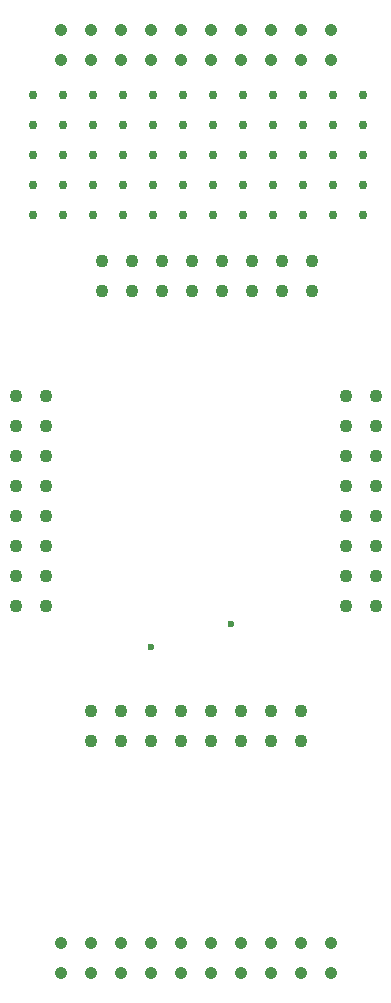
<source format=gbr>
%TF.GenerationSoftware,Altium Limited,Altium Designer,23.4.1 (23)*%
G04 Layer_Color=0*
%FSLAX45Y45*%
%MOMM*%
%TF.SameCoordinates,37F79050-5382-499E-8BED-BD4E09E40BF1*%
%TF.FilePolarity,Positive*%
%TF.FileFunction,Plated,1,2,PTH,Drill*%
%TF.Part,Single*%
G01*
G75*
%TA.AperFunction,ComponentDrill*%
%ADD47C,1.04000*%
%ADD48C,1.10000*%
%TA.AperFunction,OtherDrill,Pad Free-17 (25.559mm,69.215mm)*%
%ADD49C,0.76200*%
%TA.AperFunction,OtherDrill,Pad Free-17 (23.019mm,69.215mm)*%
%ADD50C,0.76200*%
%TA.AperFunction,OtherDrill,Pad Free-17 (28.099mm,69.215mm)*%
%ADD51C,0.76200*%
%TA.AperFunction,OtherDrill,Pad Free-17 (30.639mm,69.215mm)*%
%ADD52C,0.76200*%
%TA.AperFunction,OtherDrill,Pad Free-17 (15.399mm,69.215mm)*%
%ADD53C,0.76200*%
%TA.AperFunction,OtherDrill,Pad Free-17 (17.939mm,69.215mm)*%
%ADD54C,0.76200*%
%TA.AperFunction,OtherDrill,Pad Free-17 (20.479mm,69.215mm)*%
%ADD55C,0.76200*%
%TA.AperFunction,OtherDrill,Pad Free-17 (12.859mm,69.215mm)*%
%ADD56C,0.76200*%
%TA.AperFunction,OtherDrill,Pad Free-17 (7.779mm,69.215mm)*%
%ADD57C,0.76200*%
%TA.AperFunction,OtherDrill,Pad Free-17 (5.239mm,69.215mm)*%
%ADD58C,0.76200*%
%TA.AperFunction,OtherDrill,Pad Free-17 (10.319mm,69.215mm)*%
%ADD59C,0.76200*%
%TA.AperFunction,OtherDrill,Pad Free-17 (2.699mm,69.215mm)*%
%ADD60C,0.76200*%
%TA.AperFunction,OtherDrill,Pad Free-17 (25.559mm,71.755mm)*%
%ADD61C,0.76200*%
%TA.AperFunction,OtherDrill,Pad Free-17 (23.019mm,71.755mm)*%
%ADD62C,0.76200*%
%TA.AperFunction,OtherDrill,Pad Free-17 (28.099mm,71.755mm)*%
%ADD63C,0.76200*%
%TA.AperFunction,OtherDrill,Pad Free-17 (30.639mm,71.755mm)*%
%ADD64C,0.76200*%
%TA.AperFunction,OtherDrill,Pad Free-17 (15.399mm,71.755mm)*%
%ADD65C,0.76200*%
%TA.AperFunction,OtherDrill,Pad Free-17 (17.939mm,71.755mm)*%
%ADD66C,0.76200*%
%TA.AperFunction,OtherDrill,Pad Free-17 (20.479mm,71.755mm)*%
%ADD67C,0.76200*%
%TA.AperFunction,OtherDrill,Pad Free-17 (12.859mm,71.755mm)*%
%ADD68C,0.76200*%
%TA.AperFunction,OtherDrill,Pad Free-17 (7.779mm,71.755mm)*%
%ADD69C,0.76200*%
%TA.AperFunction,OtherDrill,Pad Free-17 (5.239mm,71.755mm)*%
%ADD70C,0.76200*%
%TA.AperFunction,OtherDrill,Pad Free-17 (10.319mm,71.755mm)*%
%ADD71C,0.76200*%
%TA.AperFunction,OtherDrill,Pad Free-17 (2.699mm,71.755mm)*%
%ADD72C,0.76200*%
%TA.AperFunction,ComponentDrill*%
%ADD73C,1.10000*%
%TA.AperFunction,OtherDrill,Pad Free-17 (2.699mm,74.295mm)*%
%ADD74C,0.76200*%
%TA.AperFunction,OtherDrill,Pad Free-17 (10.319mm,74.295mm)*%
%ADD75C,0.76200*%
%TA.AperFunction,OtherDrill,Pad Free-17 (5.239mm,74.295mm)*%
%ADD76C,0.76200*%
%TA.AperFunction,OtherDrill,Pad Free-17 (7.779mm,74.295mm)*%
%ADD77C,0.76200*%
%TA.AperFunction,OtherDrill,Pad Free-17 (12.859mm,74.295mm)*%
%ADD78C,0.76200*%
%TA.AperFunction,OtherDrill,Pad Free-17 (20.479mm,74.295mm)*%
%ADD79C,0.76200*%
%TA.AperFunction,OtherDrill,Pad Free-17 (17.939mm,74.295mm)*%
%ADD80C,0.76200*%
%TA.AperFunction,OtherDrill,Pad Free-17 (15.399mm,74.295mm)*%
%ADD81C,0.76200*%
%TA.AperFunction,OtherDrill,Pad Free-17 (30.639mm,74.295mm)*%
%ADD82C,0.76200*%
%TA.AperFunction,OtherDrill,Pad Free-17 (28.099mm,74.295mm)*%
%ADD83C,0.76200*%
%TA.AperFunction,OtherDrill,Pad Free-17 (23.019mm,74.295mm)*%
%ADD84C,0.76200*%
%TA.AperFunction,OtherDrill,Pad Free-17 (25.559mm,74.295mm)*%
%ADD85C,0.76200*%
%TA.AperFunction,OtherDrill,Pad Free-17 (23.019mm,79.375mm)*%
%ADD86C,0.76200*%
%TA.AperFunction,OtherDrill,Pad Free-17 (23.019mm,76.835mm)*%
%ADD87C,0.76200*%
%TA.AperFunction,OtherDrill,Pad Free-17 (25.559mm,76.835mm)*%
%ADD88C,0.76200*%
%TA.AperFunction,OtherDrill,Pad Free-17 (25.559mm,79.375mm)*%
%ADD89C,0.76200*%
%TA.AperFunction,OtherDrill,Pad Free-17 (30.639mm,79.375mm)*%
%ADD90C,0.76200*%
%TA.AperFunction,OtherDrill,Pad Free-17 (30.639mm,76.835mm)*%
%ADD91C,0.76200*%
%TA.AperFunction,OtherDrill,Pad Free-17 (28.099mm,76.835mm)*%
%ADD92C,0.76200*%
%TA.AperFunction,OtherDrill,Pad Free-17 (28.099mm,79.375mm)*%
%ADD93C,0.76200*%
%TA.AperFunction,OtherDrill,Pad Free-17 (12.859mm,79.375mm)*%
%ADD94C,0.76200*%
%TA.AperFunction,OtherDrill,Pad Free-17 (12.859mm,76.835mm)*%
%ADD95C,0.76200*%
%TA.AperFunction,OtherDrill,Pad Free-17 (15.399mm,76.835mm)*%
%ADD96C,0.76200*%
%TA.AperFunction,OtherDrill,Pad Free-17 (15.399mm,79.375mm)*%
%ADD97C,0.76200*%
%TA.AperFunction,OtherDrill,Pad Free-17 (20.479mm,79.375mm)*%
%ADD98C,0.76200*%
%TA.AperFunction,OtherDrill,Pad Free-17 (20.479mm,76.835mm)*%
%ADD99C,0.76200*%
%TA.AperFunction,OtherDrill,Pad Free-17 (17.939mm,76.835mm)*%
%ADD100C,0.76200*%
%TA.AperFunction,OtherDrill,Pad Free-17 (17.939mm,79.375mm)*%
%ADD101C,0.76200*%
%TA.AperFunction,OtherDrill,Pad Free-17 (7.779mm,79.375mm)*%
%ADD102C,0.76200*%
%TA.AperFunction,OtherDrill,Pad Free-17 (7.779mm,76.835mm)*%
%ADD103C,0.76200*%
%TA.AperFunction,OtherDrill,Pad Free-17 (10.319mm,76.835mm)*%
%ADD104C,0.76200*%
%TA.AperFunction,OtherDrill,Pad Free-17 (10.319mm,79.375mm)*%
%ADD105C,0.76200*%
%TA.AperFunction,OtherDrill,Pad Free-17 (5.239mm,79.375mm)*%
%ADD106C,0.76200*%
%TA.AperFunction,OtherDrill,Pad Free-17 (5.239mm,76.835mm)*%
%ADD107C,0.76200*%
%TA.AperFunction,OtherDrill,Pad Free-17 (2.699mm,76.835mm)*%
%ADD108C,0.76200*%
%TA.AperFunction,OtherDrill,Pad Free-17 (2.699mm,79.375mm)*%
%ADD109C,0.76200*%
%TA.AperFunction,ViaDrill,NotFilled*%
%ADD110C,0.60000*%
D47*
X2794000Y8492000D02*
D03*
Y8238000D02*
D03*
X2540000Y8492000D02*
D03*
Y8238000D02*
D03*
X2286000Y8492000D02*
D03*
Y8238000D02*
D03*
X2032000Y8492000D02*
D03*
Y8238000D02*
D03*
X1778000Y8492000D02*
D03*
Y8238000D02*
D03*
X1524000Y8492000D02*
D03*
Y8238000D02*
D03*
X1270000Y8492000D02*
D03*
Y8238000D02*
D03*
X1016000Y8492000D02*
D03*
Y8238000D02*
D03*
X762000Y8492000D02*
D03*
Y8238000D02*
D03*
X508000Y8492000D02*
D03*
Y8238000D02*
D03*
X2794000Y762000D02*
D03*
Y508000D02*
D03*
X2540000Y762000D02*
D03*
Y508000D02*
D03*
X2286000Y762000D02*
D03*
Y508000D02*
D03*
X2032000Y762000D02*
D03*
Y508000D02*
D03*
X1778000Y762000D02*
D03*
Y508000D02*
D03*
X1524000Y762000D02*
D03*
Y508000D02*
D03*
X1270000Y762000D02*
D03*
Y508000D02*
D03*
X1016000Y762000D02*
D03*
Y508000D02*
D03*
X762000Y762000D02*
D03*
Y508000D02*
D03*
X508000Y762000D02*
D03*
Y508000D02*
D03*
D48*
X3173000Y3611000D02*
D03*
X2919000D02*
D03*
X3173000Y3865000D02*
D03*
X2919000D02*
D03*
X3173000Y4119000D02*
D03*
X2919000D02*
D03*
X3173000Y4373000D02*
D03*
X2919000D02*
D03*
X3173000Y4627000D02*
D03*
X2919000D02*
D03*
X3173000Y4881000D02*
D03*
X2919000D02*
D03*
X3173000Y5135000D02*
D03*
X2919000D02*
D03*
X3173000Y5389000D02*
D03*
X2919000D02*
D03*
X127000D02*
D03*
X381000D02*
D03*
X127000Y5135000D02*
D03*
X381000D02*
D03*
X127000Y4881000D02*
D03*
X381000D02*
D03*
X127000Y4627000D02*
D03*
X381000D02*
D03*
X127000Y4373000D02*
D03*
X381000D02*
D03*
X127000Y4119000D02*
D03*
X381000D02*
D03*
X127000Y3865000D02*
D03*
X381000D02*
D03*
X127000Y3611000D02*
D03*
X381000D02*
D03*
D49*
X2555875Y6921500D02*
D03*
D50*
X2301875D02*
D03*
D51*
X2809875D02*
D03*
D52*
X3063875D02*
D03*
D53*
X1539875D02*
D03*
D54*
X1793875D02*
D03*
D55*
X2047875D02*
D03*
D56*
X1285875D02*
D03*
D57*
X777875D02*
D03*
D58*
X523875D02*
D03*
D59*
X1031875D02*
D03*
D60*
X269875D02*
D03*
D61*
X2555875Y7175500D02*
D03*
D62*
X2301875D02*
D03*
D63*
X2809875D02*
D03*
D64*
X3063875D02*
D03*
D65*
X1539875D02*
D03*
D66*
X1793875D02*
D03*
D67*
X2047875D02*
D03*
D68*
X1285875D02*
D03*
D69*
X777875D02*
D03*
D70*
X523875D02*
D03*
D71*
X1031875D02*
D03*
D72*
X269875D02*
D03*
D73*
X761000Y2468000D02*
D03*
Y2722000D02*
D03*
X1015000Y2468000D02*
D03*
Y2722000D02*
D03*
X1269000Y2468000D02*
D03*
Y2722000D02*
D03*
X1523000Y2468000D02*
D03*
Y2722000D02*
D03*
X1777000Y2468000D02*
D03*
Y2722000D02*
D03*
X2031000Y2468000D02*
D03*
Y2722000D02*
D03*
X2285000Y2468000D02*
D03*
Y2722000D02*
D03*
X2539000Y2468000D02*
D03*
Y2722000D02*
D03*
X2635250Y6532000D02*
D03*
Y6278000D02*
D03*
X2381250Y6532000D02*
D03*
Y6278000D02*
D03*
X2127250Y6532000D02*
D03*
Y6278000D02*
D03*
X1873250Y6532000D02*
D03*
Y6278000D02*
D03*
X1619250Y6532000D02*
D03*
Y6278000D02*
D03*
X1365250Y6532000D02*
D03*
Y6278000D02*
D03*
X1111250Y6532000D02*
D03*
Y6278000D02*
D03*
X857250Y6532000D02*
D03*
Y6278000D02*
D03*
D74*
X269875Y7429500D02*
D03*
D75*
X1031875D02*
D03*
D76*
X523875D02*
D03*
D77*
X777875D02*
D03*
D78*
X1285875D02*
D03*
D79*
X2047875D02*
D03*
D80*
X1793875D02*
D03*
D81*
X1539875D02*
D03*
D82*
X3063875D02*
D03*
D83*
X2809875D02*
D03*
D84*
X2301875D02*
D03*
D85*
X2555875D02*
D03*
D86*
X2301875Y7937500D02*
D03*
D87*
Y7683500D02*
D03*
D88*
X2555875D02*
D03*
D89*
Y7937500D02*
D03*
D90*
X3063875D02*
D03*
D91*
Y7683500D02*
D03*
D92*
X2809875D02*
D03*
D93*
Y7937500D02*
D03*
D94*
X1285875D02*
D03*
D95*
Y7683500D02*
D03*
D96*
X1539875D02*
D03*
D97*
Y7937500D02*
D03*
D98*
X2047875D02*
D03*
D99*
Y7683500D02*
D03*
D100*
X1793875D02*
D03*
D101*
Y7937500D02*
D03*
D102*
X777875D02*
D03*
D103*
Y7683500D02*
D03*
D104*
X1031875D02*
D03*
D105*
Y7937500D02*
D03*
D106*
X523875D02*
D03*
D107*
Y7683500D02*
D03*
D108*
X269875D02*
D03*
D109*
Y7937500D02*
D03*
D110*
X1270000Y3270250D02*
D03*
X1952625Y3460750D02*
D03*
%TF.MD5,76c7a54a2a38ba753994a27034687bb1*%
M02*

</source>
